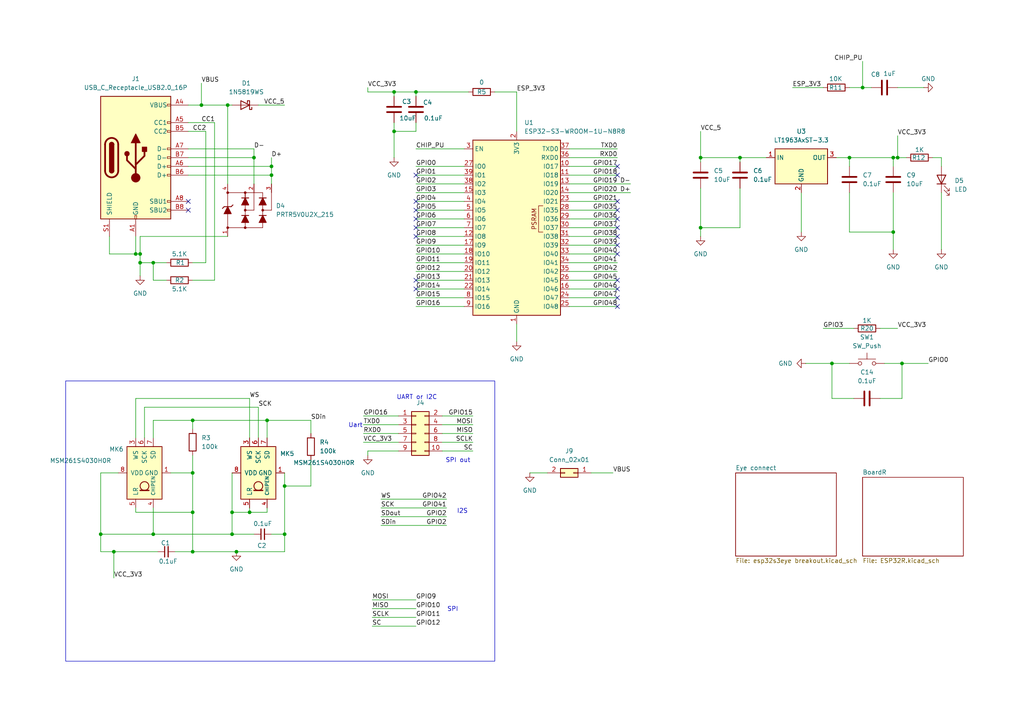
<source format=kicad_sch>
(kicad_sch (version 20231120) (generator "eeschema") (generator_version "8.0")
  (paper "A4")
  (lib_symbols
    (symbol "CMM-4030D-261-I2S-TR:CMM-4030D-261-I2S-TR" (pin_names (offset 1.016))
      (property "Reference" "MK" (at -6.35 4.826 0))
      (property "Value" "CMM-4030D-261-I2S-TR" (at 2.794 -9.144 0))
      (symbol "CMM-4030D-261-I2S-TR_1_0"
        (pin input line (at -8.89 -3.81 0) (length 2.54) (name "CHIPEN") (number "4"))
      )
      (symbol "CMM-4030D-261-I2S-TR_1_1"
        (rectangle (start -6.35 3.81) (end 8.89 -6.35) (stroke (width 0.254)) (fill (type background)))
        (circle (center -2.54 -1.27) (radius 1.27) (stroke (width 0.254)))
        (polyline (pts (xy -3.81 0) (xy -3.81 -2.54)) (stroke (width 0.381)))
        (pin power_in line (at 1.27 -8.89 90) (length 2.54) (name "GND") (number "1"))
        (pin input line (at 11.43 1.27 180) (length 2.54) (name "WS") (number "3"))
        (pin input line (at -8.89 1.27 0) (length 2.54) (name "LR") (number "5"))
        (pin input line (at 11.43 -1.27 180) (length 2.54) (name "SCK") (number "6"))
        (pin output line (at 11.43 -3.81 180) (length 2.54) (name "SD") (number "7"))
        (pin power_in line (at 1.27 6.35 270) (length 2.54) (name "VDD") (number "8"))
      )
    )
    (symbol "CMM-4030D-261-I2S-TR_1" (pin_names (offset 1.016))
      (property "Reference" "MK" (at -6.35 4.826 0))
      (property "Value" "CMM-4030D-261-I2S-TR" (at 2.794 -9.144 0))
      (symbol "CMM-4030D-261-I2S-TR_1_1_0"
        (pin input line (at -8.89 -3.81 0) (length 2.54) (name "CHIPEN") (number "4"))
      )
      (symbol "CMM-4030D-261-I2S-TR_1_1_1"
        (rectangle (start -6.35 3.81) (end 8.89 -6.35) (stroke (width 0.254)) (fill (type background)))
        (circle (center -2.54 -1.27) (radius 1.27) (stroke (width 0.254)))
        (polyline (pts (xy -3.81 0) (xy -3.81 -2.54)) (stroke (width 0.381)))
        (pin power_in line (at 1.27 -8.89 90) (length 2.54) (name "GND") (number "1"))
        (pin input line (at 11.43 1.27 180) (length 2.54) (name "WS") (number "3"))
        (pin input line (at -8.89 1.27 0) (length 2.54) (name "LR") (number "5"))
        (pin input line (at 11.43 -1.27 180) (length 2.54) (name "SCK") (number "6"))
        (pin output line (at 11.43 -3.81 180) (length 2.54) (name "SD") (number "7"))
        (pin power_in line (at 1.27 6.35 270) (length 2.54) (name "VDD") (number "8"))
      )
    )
    (symbol "Connector:USB_C_Receptacle_USB2.0_16P" (pin_names (offset 1.016))
      (property "Reference" "J" (at 0 22.225 0))
      (property "Value" "USB_C_Receptacle_USB2.0_16P" (at 0 19.685 0))
      (symbol "USB_C_Receptacle_USB2.0_16P_0_0"
        (rectangle (start -0.254 -17.78) (end 0.254 -16.764))
        (rectangle (start 10.16 -14.986) (end 9.144 -15.494))
        (rectangle (start 10.16 -12.446) (end 9.144 -12.954))
        (rectangle (start 10.16 -4.826) (end 9.144 -5.334))
        (rectangle (start 10.16 -2.286) (end 9.144 -2.794))
        (rectangle (start 10.16 0.254) (end 9.144 -0.254))
        (rectangle (start 10.16 2.794) (end 9.144 2.286))
        (rectangle (start 10.16 7.874) (end 9.144 7.366))
        (rectangle (start 10.16 10.414) (end 9.144 9.906))
        (rectangle (start 10.16 15.494) (end 9.144 14.986))
      )
      (symbol "USB_C_Receptacle_USB2.0_16P_0_1"
        (rectangle (start -10.16 17.78) (end 10.16 -17.78) (stroke (width 0.254)) (fill (type background)))
        (arc (start -8.89 -3.81) (mid -6.985 -5.7067) (end -5.08 -3.81) (stroke (width 0.508)))
        (arc (start -7.62 -3.81) (mid -6.985 -4.4423) (end -6.35 -3.81) (stroke (width 0.254)))
        (arc (start -7.62 -3.81) (mid -6.985 -4.4423) (end -6.35 -3.81) (stroke (width 0.254)) (fill (type outline)))
        (rectangle (start -7.62 -3.81) (end -6.35 3.81) (stroke (width 0.254)) (fill (type outline)))
        (arc (start -6.35 3.81) (mid -6.985 4.4423) (end -7.62 3.81) (stroke (width 0.254)))
        (arc (start -6.35 3.81) (mid -6.985 4.4423) (end -7.62 3.81) (stroke (width 0.254)) (fill (type outline)))
        (arc (start -5.08 3.81) (mid -6.985 5.7067) (end -8.89 3.81) (stroke (width 0.508)))
        (circle (center -2.54 1.143) (radius 0.635) (stroke (width 0.254)) (fill (type outline)))
        (circle (center 0 -5.842) (radius 1.27) (fill (type outline)))
        (polyline (pts (xy -8.89 -3.81) (xy -8.89 3.81)) (stroke (width 0.508)))
        (polyline (pts (xy -5.08 3.81) (xy -5.08 -3.81)) (stroke (width 0.508)))
        (polyline (pts (xy 0 -5.842) (xy 0 4.318)) (stroke (width 0.508)))
        (polyline (pts (xy 0 -3.302) (xy -2.54 -0.762) (xy -2.54 0.508)) (stroke (width 0.508)))
        (polyline (pts (xy 0 -2.032) (xy 2.54 0.508) (xy 2.54 1.778)) (stroke (width 0.508)))
        (polyline (pts (xy -1.27 4.318) (xy 0 6.858) (xy 1.27 4.318) (xy -1.27 4.318)) (stroke (width 0.254)) (fill (type outline)))
        (rectangle (start 1.905 1.778) (end 3.175 3.048) (stroke (width 0.254)) (fill (type outline)))
      )
      (symbol "USB_C_Receptacle_USB2.0_16P_1_1"
        (pin passive line (at 0 -22.86 90) (length 5.08) (name "GND") (number "A1"))
        (pin passive line (at 0 -22.86 90) (length 5.08) hide (name "GND") (number "A12"))
        (pin passive line (at 15.24 15.24 180) (length 5.08) (name "VBUS") (number "A4"))
        (pin bidirectional line (at 15.24 10.16 180) (length 5.08) (name "CC1") (number "A5"))
        (pin bidirectional line (at 15.24 -2.54 180) (length 5.08) (name "D+") (number "A6"))
        (pin bidirectional line (at 15.24 2.54 180) (length 5.08) (name "D-") (number "A7"))
        (pin bidirectional line (at 15.24 -12.7 180) (length 5.08) (name "SBU1") (number "A8"))
        (pin passive line (at 15.24 15.24 180) (length 5.08) hide (name "VBUS") (number "A9"))
        (pin passive line (at 0 -22.86 90) (length 5.08) hide (name "GND") (number "B1"))
        (pin passive line (at 0 -22.86 90) (length 5.08) hide (name "GND") (number "B12"))
        (pin passive line (at 15.24 15.24 180) (length 5.08) hide (name "VBUS") (number "B4"))
        (pin bidirectional line (at 15.24 7.62 180) (length 5.08) (name "CC2") (number "B5"))
        (pin bidirectional line (at 15.24 -5.08 180) (length 5.08) (name "D+") (number "B6"))
        (pin bidirectional line (at 15.24 0 180) (length 5.08) (name "D-") (number "B7"))
        (pin bidirectional line (at 15.24 -15.24 180) (length 5.08) (name "SBU2") (number "B8"))
        (pin passive line (at 15.24 15.24 180) (length 5.08) hide (name "VBUS") (number "B9"))
        (pin passive line (at -7.62 -22.86 90) (length 5.08) (name "SHIELD") (number "S1"))
      )
    )
    (symbol "Connector_Generic:Conn_02x01" (pin_names (offset 1.016) hide)
      (property "Reference" "J" (at 1.27 2.54 0))
      (property "Value" "Conn_02x01" (at 1.27 -2.54 0))
      (symbol "Conn_02x01_1_1"
        (rectangle (start -1.27 0.127) (end 0 -0.127) (stroke (width 0.1524)))
        (rectangle (start -1.27 1.27) (end 3.81 -1.27) (stroke (width 0.254)) (fill (type background)))
        (rectangle (start 3.81 0.127) (end 2.54 -0.127) (stroke (width 0.1524)))
        (pin passive line (at -5.08 0 0) (length 3.81) (name "Pin_1") (number "1"))
        (pin passive line (at 7.62 0 180) (length 3.81) (name "Pin_2") (number "2"))
      )
    )
    (symbol "Connector_Generic:Conn_02x05_Odd_Even" (pin_names (offset 1.016) hide)
      (property "Reference" "J" (at 1.27 7.62 0))
      (property "Value" "Conn_02x05_Odd_Even" (at 1.27 -7.62 0))
      (symbol "Conn_02x05_Odd_Even_1_1"
        (rectangle (start -1.27 -4.953) (end 0 -5.207) (stroke (width 0.1524)))
        (rectangle (start -1.27 -2.413) (end 0 -2.667) (stroke (width 0.1524)))
        (rectangle (start -1.27 0.127) (end 0 -0.127) (stroke (width 0.1524)))
        (rectangle (start -1.27 2.667) (end 0 2.413) (stroke (width 0.1524)))
        (rectangle (start -1.27 5.207) (end 0 4.953) (stroke (width 0.1524)))
        (rectangle (start -1.27 6.35) (end 3.81 -6.35) (stroke (width 0.254)) (fill (type background)))
        (rectangle (start 3.81 -4.953) (end 2.54 -5.207) (stroke (width 0.1524)))
        (rectangle (start 3.81 -2.413) (end 2.54 -2.667) (stroke (width 0.1524)))
        (rectangle (start 3.81 0.127) (end 2.54 -0.127) (stroke (width 0.1524)))
        (rectangle (start 3.81 2.667) (end 2.54 2.413) (stroke (width 0.1524)))
        (rectangle (start 3.81 5.207) (end 2.54 4.953) (stroke (width 0.1524)))
        (pin passive line (at -5.08 5.08 0) (length 3.81) (name "Pin_1") (number "1"))
        (pin passive line (at 7.62 -5.08 180) (length 3.81) (name "Pin_10") (number "10"))
        (pin passive line (at 7.62 5.08 180) (length 3.81) (name "Pin_2") (number "2"))
        (pin passive line (at -5.08 2.54 0) (length 3.81) (name "Pin_3") (number "3"))
        (pin passive line (at 7.62 2.54 180) (length 3.81) (name "Pin_4") (number "4"))
        (pin passive line (at -5.08 0 0) (length 3.81) (name "Pin_5") (number "5"))
        (pin passive line (at 7.62 0 180) (length 3.81) (name "Pin_6") (number "6"))
        (pin passive line (at -5.08 -2.54 0) (length 3.81) (name "Pin_7") (number "7"))
        (pin passive line (at 7.62 -2.54 180) (length 3.81) (name "Pin_8") (number "8"))
        (pin passive line (at -5.08 -5.08 0) (length 3.81) (name "Pin_9") (number "9"))
      )
    )
    (symbol "Device:C" (pin_numbers hide) (pin_names (offset 0.254))
      (property "Reference" "C" (at 0.635 2.54 0))
      (property "Value" "C" (at 0.635 -2.54 0))
      (symbol "C_0_1"
        (polyline (pts (xy -2.032 -0.762) (xy 2.032 -0.762)) (stroke (width 0.508)))
        (polyline (pts (xy -2.032 0.762) (xy 2.032 0.762)) (stroke (width 0.508)))
      )
      (symbol "C_1_1"
        (pin passive line (at 0 3.81 270) (length 2.794) (name "~") (number "1"))
        (pin passive line (at 0 -3.81 90) (length 2.794) (name "~") (number "2"))
      )
    )
    (symbol "Device:C_Small" (pin_numbers hide) (pin_names (offset 0.254) hide)
      (property "Reference" "C" (at 0.254 1.778 0))
      (property "Value" "C_Small" (at 0.254 -2.032 0))
      (symbol "C_Small_0_1"
        (polyline (pts (xy -1.524 -0.508) (xy 1.524 -0.508)) (stroke (width 0.3302)))
        (polyline (pts (xy -1.524 0.508) (xy 1.524 0.508)) (stroke (width 0.3048)))
      )
      (symbol "C_Small_1_1"
        (pin passive line (at 0 2.54 270) (length 2.032) (name "~") (number "1"))
        (pin passive line (at 0 -2.54 90) (length 2.032) (name "~") (number "2"))
      )
    )
    (symbol "Device:LED" (pin_numbers hide) (pin_names (offset 1.016) hide)
      (property "Reference" "D" (at 0 2.54 0))
      (property "Value" "LED" (at 0 -2.54 0))
      (symbol "LED_0_1"
        (polyline (pts (xy -1.27 -1.27) (xy -1.27 1.27)) (stroke (width 0.254)))
        (polyline (pts (xy -1.27 0) (xy 1.27 0)))
        (polyline (pts (xy 1.27 -1.27) (xy 1.27 1.27) (xy -1.27 0) (xy 1.27 -1.27)) (stroke (width 0.254)))
        (polyline (pts (xy -3.048 -0.762) (xy -4.572 -2.286) (xy -3.81 -2.286) (xy -4.572 -2.286) (xy -4.572 -1.524)))
        (polyline (pts (xy -1.778 -0.762) (xy -3.302 -2.286) (xy -2.54 -2.286) (xy -3.302 -2.286) (xy -3.302 -1.524)))
      )
      (symbol "LED_1_1"
        (pin passive line (at -3.81 0 0) (length 2.54) (name "K") (number "1"))
        (pin passive line (at 3.81 0 180) (length 2.54) (name "A") (number "2"))
      )
    )
    (symbol "Device:R" (pin_numbers hide) (pin_names (offset 0))
      (property "Reference" "R" (at 2.032 0 90))
      (property "Value" "R" (at 0 0 90))
      (symbol "R_0_1"
        (rectangle (start -1.016 -2.54) (end 1.016 2.54) (stroke (width 0.254)))
      )
      (symbol "R_1_1"
        (pin passive line (at 0 3.81 270) (length 1.27) (name "~") (number "1"))
        (pin passive line (at 0 -3.81 90) (length 1.27) (name "~") (number "2"))
      )
    )
    (symbol "Diode:1N5819WS" (pin_numbers hide) (pin_names (offset 1.016) hide)
      (property "Reference" "D" (at 0 2.54 0))
      (property "Value" "1N5819WS" (at 0 -2.54 0))
      (symbol "1N5819WS_0_1"
        (polyline (pts (xy 1.27 0) (xy -1.27 0)))
        (polyline (pts (xy 1.27 1.27) (xy 1.27 -1.27) (xy -1.27 0) (xy 1.27 1.27)) (stroke (width 0.254)))
        (polyline (pts (xy -1.905 0.635) (xy -1.905 1.27) (xy -1.27 1.27) (xy -1.27 -1.27) (xy -0.635 -1.27) (xy -0.635 -0.635)) (stroke (width 0.254)))
      )
      (symbol "1N5819WS_1_1"
        (pin passive line (at -3.81 0 0) (length 2.54) (name "K") (number "1"))
        (pin passive line (at 3.81 0 180) (length 2.54) (name "A") (number "2"))
      )
    )
    (symbol "PRTR5V0U2X_215:PRTR5V0U2X_215" (pin_names (offset 1.016))
      (property "Reference" "D" (at -2.5474 -7.5404 0))
      (property "Value" "PRTR5V0U2X_215" (at -2.543 -10.3245 0))
      (symbol "PRTR5V0U2X_215_0_0"
        (circle (center -5.08 -5.08) (radius 0.254) (stroke (width 0.254)))
        (circle (center -5.08 5.08) (radius 0.254) (stroke (width 0.254)))
        (circle (center 0 -5.08) (radius 0.254) (stroke (width 0.254)))
        (polyline (pts (xy -6.096 1.016) (xy -6.604 0.508)) (stroke (width 0.254)))
        (polyline (pts (xy -6.096 1.016) (xy -5.08 1.016)) (stroke (width 0.254)))
        (polyline (pts (xy -5.08 -1.016) (xy -5.08 -7.62)) (stroke (width 0.1524)))
        (polyline (pts (xy -5.08 1.016) (xy -5.08 7.62)) (stroke (width 0.1524)))
        (polyline (pts (xy -5.08 1.016) (xy -4.064 1.016)) (stroke (width 0.254)))
        (polyline (pts (xy -4.064 1.016) (xy -3.556 1.524)) (stroke (width 0.254)))
        (polyline (pts (xy -1.016 -1.524) (xy 0 -1.524)) (stroke (width 0.254)))
        (polyline (pts (xy -1.016 3.556) (xy 0 3.556)) (stroke (width 0.254)))
        (polyline (pts (xy 0 -5.08) (xy -5.08 -5.08)) (stroke (width 0.1524)))
        (polyline (pts (xy 0 -3.556) (xy 0 -5.08)) (stroke (width 0.1524)))
        (polyline (pts (xy 0 -1.524) (xy 0 0)) (stroke (width 0.1524)))
        (polyline (pts (xy 0 -1.524) (xy 1.016 -1.524)) (stroke (width 0.254)))
        (polyline (pts (xy 0 0) (xy 0 1.524)) (stroke (width 0.1524)))
        (polyline (pts (xy 0 0) (xy 2.54 0)) (stroke (width 0.1524)))
        (polyline (pts (xy 0 3.556) (xy 0 5.08)) (stroke (width 0.254)))
        (polyline (pts (xy 0 3.556) (xy 1.016 3.556)) (stroke (width 0.254)))
        (polyline (pts (xy 0 5.08) (xy -5.08 5.08)) (stroke (width 0.1524)))
        (polyline (pts (xy 2.54 0) (xy 2.54 7.62)) (stroke (width 0.1524)))
        (polyline (pts (xy 4.064 -1.524) (xy 5.08 -1.524)) (stroke (width 0.254)))
        (polyline (pts (xy 4.064 3.556) (xy 5.08 3.556)) (stroke (width 0.254)))
        (polyline (pts (xy 5.08 -5.08) (xy 0 -5.08)) (stroke (width 0.1524)))
        (polyline (pts (xy 5.08 -3.556) (xy 5.08 -5.08)) (stroke (width 0.1524)))
        (polyline (pts (xy 5.08 -1.524) (xy 5.08 0)) (stroke (width 0.1524)))
        (polyline (pts (xy 5.08 -1.524) (xy 6.096 -1.524)) (stroke (width 0.254)))
        (polyline (pts (xy 5.08 0) (xy 5.08 1.524)) (stroke (width 0.1524)))
        (polyline (pts (xy 5.08 0) (xy 7.62 0)) (stroke (width 0.1524)))
        (polyline (pts (xy 5.08 3.556) (xy 5.08 5.08)) (stroke (width 0.1524)))
        (polyline (pts (xy 5.08 3.556) (xy 6.096 3.556)) (stroke (width 0.254)))
        (polyline (pts (xy 5.08 5.08) (xy 0 5.08)) (stroke (width 0.1524)))
        (polyline (pts (xy 7.62 0) (xy 7.62 7.62)) (stroke (width 0.1524)))
        (polyline (pts (xy -6.096 -1.016) (xy -5.08 1.016) (xy -4.064 -1.016) (xy -6.096 -1.016)) (stroke (width 0.254)) (fill (type outline)))
        (polyline (pts (xy -1.016 -3.556) (xy 0 -1.524) (xy 1.016 -3.556) (xy -1.016 -3.556)) (stroke (width 0.254)) (fill (type outline)))
        (polyline (pts (xy -1.016 1.524) (xy 0 3.556) (xy 1.016 1.524) (xy -1.016 1.524)) (stroke (width 0.254)) (fill (type outline)))
        (polyline (pts (xy 4.064 -3.556) (xy 5.08 -1.524) (xy 6.096 -3.556) (xy 4.064 -3.556)) (stroke (width 0.254)) (fill (type outline)))
        (polyline (pts (xy 4.064 1.524) (xy 5.08 3.556) (xy 6.096 1.524) (xy 4.064 1.524)) (stroke (width 0.254)) (fill (type outline)))
        (circle (center 0 0) (radius 0.254) (stroke (width 0.254)))
        (circle (center 0 5.08) (radius 0.254) (stroke (width 0.254)))
        (circle (center 5.08 0) (radius 0.254) (stroke (width 0.254)))
        (pin passive line (at -5.08 -7.62 90) (length 2.54) (name "~") (number "1"))
        (pin passive line (at 2.54 7.62 270) (length 2.54) (name "~") (number "2"))
        (pin passive line (at 7.62 7.62 270) (length 2.54) (name "~") (number "3"))
        (pin passive line (at -5.08 7.62 270) (length 2.54) (name "~") (number "4"))
      )
    )
    (symbol "RF_Module:ESP32-S3-WROOM-1"
      (property "Reference" "U" (at -12.7 26.67 0))
      (property "Value" "ESP32-S3-WROOM-1" (at 12.7 26.67 0))
      (symbol "ESP32-S3-WROOM-1_0_0"
        (rectangle (start -12.7 25.4) (end 12.7 -25.4) (stroke (width 0.254)) (fill (type background)))
        (text "PSRAM" (at 5.08 2.54 900) (effects (font (size 1.27 1.27))))
      )
      (symbol "ESP32-S3-WROOM-1_0_1"
        (polyline (pts (xy 7.62 -1.27) (xy 6.35 -1.27) (xy 6.35 6.35) (xy 7.62 6.35)))
      )
      (symbol "ESP32-S3-WROOM-1_1_1"
        (pin power_in line (at 0 -27.94 90) (length 2.54) (name "GND") (number "1"))
        (pin bidirectional line (at 15.24 17.78 180) (length 2.54) (name "IO17") (number "10"))
        (pin bidirectional line (at 15.24 15.24 180) (length 2.54) (name "IO18") (number "11"))
        (pin bidirectional line (at -15.24 -2.54 0) (length 2.54) (name "IO8") (number "12"))
        (pin bidirectional line (at 15.24 12.7 180) (length 2.54) (name "IO19") (number "13"))
        (pin bidirectional line (at 15.24 10.16 180) (length 2.54) (name "IO20") (number "14"))
        (pin bidirectional line (at -15.24 10.16 0) (length 2.54) (name "IO3") (number "15"))
        (pin bidirectional line (at 15.24 -17.78 180) (length 2.54) (name "IO46") (number "16"))
        (pin bidirectional line (at -15.24 -5.08 0) (length 2.54) (name "IO9") (number "17"))
        (pin bidirectional line (at -15.24 -7.62 0) (length 2.54) (name "IO10") (number "18"))
        (pin bidirectional line (at -15.24 -10.16 0) (length 2.54) (name "IO11") (number "19"))
        (pin power_in line (at 0 27.94 270) (length 2.54) (name "3V3") (number "2"))
        (pin bidirectional line (at -15.24 -12.7 0) (length 2.54) (name "IO12") (number "20"))
        (pin bidirectional line (at -15.24 -15.24 0) (length 2.54) (name "IO13") (number "21"))
        (pin bidirectional line (at -15.24 -17.78 0) (length 2.54) (name "IO14") (number "22"))
        (pin bidirectional line (at 15.24 7.62 180) (length 2.54) (name "IO21") (number "23"))
        (pin bidirectional line (at 15.24 -20.32 180) (length 2.54) (name "IO47") (number "24"))
        (pin bidirectional line (at 15.24 -22.86 180) (length 2.54) (name "IO48") (number "25"))
        (pin bidirectional line (at 15.24 -15.24 180) (length 2.54) (name "IO45") (number "26"))
        (pin bidirectional line (at -15.24 17.78 0) (length 2.54) (name "IO0") (number "27"))
        (pin bidirectional line (at 15.24 5.08 180) (length 2.54) (name "IO35") (number "28"))
        (pin bidirectional line (at 15.24 2.54 180) (length 2.54) (name "IO36") (number "29"))
        (pin input line (at -15.24 22.86 0) (length 2.54) (name "EN") (number "3"))
        (pin bidirectional line (at 15.24 0 180) (length 2.54) (name "IO37") (number "30"))
        (pin bidirectional line (at 15.24 -2.54 180) (length 2.54) (name "IO38") (number "31"))
        (pin bidirectional line (at 15.24 -5.08 180) (length 2.54) (name "IO39") (number "32"))
        (pin bidirectional line (at 15.24 -7.62 180) (length 2.54) (name "IO40") (number "33"))
        (pin bidirectional line (at 15.24 -10.16 180) (length 2.54) (name "IO41") (number "34"))
        (pin bidirectional line (at 15.24 -12.7 180) (length 2.54) (name "IO42") (number "35"))
        (pin bidirectional line (at 15.24 20.32 180) (length 2.54) (name "RXD0") (number "36"))
        (pin bidirectional line (at 15.24 22.86 180) (length 2.54) (name "TXD0") (number "37"))
        (pin bidirectional line (at -15.24 12.7 0) (length 2.54) (name "IO2") (number "38"))
        (pin bidirectional line (at -15.24 15.24 0) (length 2.54) (name "IO1") (number "39"))
        (pin bidirectional line (at -15.24 7.62 0) (length 2.54) (name "IO4") (number "4"))
        (pin passive line (at 0 -27.94 90) (length 2.54) hide (name "GND") (number "40"))
        (pin passive line (at 0 -27.94 90) (length 2.54) hide (name "GND") (number "41"))
        (pin bidirectional line (at -15.24 5.08 0) (length 2.54) (name "IO5") (number "5"))
        (pin bidirectional line (at -15.24 2.54 0) (length 2.54) (name "IO6") (number "6"))
        (pin bidirectional line (at -15.24 0 0) (length 2.54) (name "IO7") (number "7"))
        (pin bidirectional line (at -15.24 -20.32 0) (length 2.54) (name "IO15") (number "8"))
        (pin bidirectional line (at -15.24 -22.86 0) (length 2.54) (name "IO16") (number "9"))
      )
    )
    (symbol "Regulator_Linear:LT1963AxST-3.3"
      (property "Reference" "U2" (at 0 10.16 0))
      (property "Value" "LT1963AxST-3.3" (at 0 7.62 0))
      (symbol "LT1963AxST-3.3_0_1"
        (rectangle (start -7.62 5.08) (end 7.62 -5.08) (stroke (width 0.254)) (fill (type background)))
      )
      (symbol "LT1963AxST-3.3_1_1"
        (pin power_in line (at -10.16 2.54 0) (length 2.54) (name "IN") (number "1"))
        (pin power_in line (at 0 -7.62 90) (length 2.54) (name "GND") (number "2"))
        (pin power_out line (at 10.16 2.54 180) (length 2.54) (name "OUT") (number "3"))
        (pin power_in line (at 0 -7.62 90) (length 2.54) hide (name "GND") (number "4"))
      )
    )
    (symbol "Switch:SW_Push" (pin_numbers hide) (pin_names (offset 1.016) hide)
      (property "Reference" "SW" (at 1.27 2.54 0))
      (property "Value" "SW_Push" (at 0 -1.524 0))
      (symbol "SW_Push_0_1"
        (circle (center -2.032 0) (radius 0.508))
        (polyline (pts (xy 0 1.27) (xy 0 3.048)))
        (polyline (pts (xy 2.54 1.27) (xy -2.54 1.27)))
        (circle (center 2.032 0) (radius 0.508))
        (pin passive line (at -5.08 0 0) (length 2.54) (name "1") (number "1"))
        (pin passive line (at 5.08 0 180) (length 2.54) (name "2") (number "2"))
      )
    )
    (symbol "power:GND" (power) (pin_numbers hide) (pin_names (offset 0) hide)
      (property "Value" "GND" (at 0 -3.81 0))
      (symbol "GND_0_1"
        (polyline (pts (xy 0 0) (xy 0 -1.27) (xy 1.27 -1.27) (xy 0 -2.54) (xy -1.27 -1.27) (xy 0 -1.27)))
      )
      (symbol "GND_1_1"
        (pin power_in line (at 0 0 270) (length 0) (name "~") (number "1"))
      )
    )
  )
  (junction (at 33.02 160.02))
  (junction (at 260.35 45.72))
  (junction (at 120.65 26.67))
  (junction (at 55.88 121.92))
  (junction (at 72.39 148.59))
  (junction (at 261.62 105.41))
  (junction (at 68.58 160.02))
  (junction (at 78.74 50.8))
  (junction (at 82.55 140.97))
  (junction (at 82.55 154.94))
  (junction (at 55.88 160.02))
  (junction (at 250.19 25.4))
  (junction (at 67.31 154.94))
  (junction (at 40.64 73.66))
  (junction (at 44.45 154.94))
  (junction (at 29.21 154.94))
  (junction (at 259.08 67.31))
  (junction (at 39.37 73.66))
  (junction (at 73.66 45.72))
  (junction (at 55.88 148.59))
  (junction (at 58.42 30.48))
  (junction (at 44.45 76.2))
  (junction (at 67.31 148.59))
  (junction (at 203.2 45.72))
  (junction (at 114.3 26.67))
  (junction (at 40.64 76.2))
  (junction (at 246.38 45.72))
  (junction (at 77.47 121.92))
  (junction (at 114.3 38.1))
  (junction (at 66.04 30.48))
  (junction (at 214.63 45.72))
  (junction (at 259.08 45.72))
  (junction (at 78.74 48.26))
  (junction (at 241.3 105.41))
  (junction (at 203.2 66.04))
  (junction (at 55.88 137.16))
  (no_connect (at 179.07 88.9))
  (no_connect (at 120.65 50.8))
  (no_connect (at 120.65 83.82))
  (no_connect (at 179.07 81.28))
  (no_connect (at 179.07 66.04))
  (no_connect (at 179.07 58.42))
  (no_connect (at 120.65 60.96))
  (no_connect (at 179.07 68.58))
  (no_connect (at 179.07 60.96))
  (no_connect (at 179.07 50.8))
  (no_connect (at 179.07 71.12))
  (no_connect (at 120.65 81.28))
  (no_connect (at 54.61 60.96))
  (no_connect (at 179.07 73.66))
  (no_connect (at 120.65 58.42))
  (no_connect (at 179.07 83.82))
  (no_connect (at 179.07 86.36))
  (no_connect (at 120.65 68.58))
  (no_connect (at 179.07 48.26))
  (no_connect (at 120.65 63.5))
  (no_connect (at 120.65 66.04))
  (no_connect (at 179.07 63.5))
  (no_connect (at 54.61 58.42))
  (wire (pts (xy 55.88 121.92) (xy 77.47 121.92)))
  (wire (pts (xy 260.35 39.37) (xy 260.35 45.72)))
  (wire (pts (xy 120.65 63.5) (xy 134.62 63.5)))
  (wire (pts (xy 54.61 45.72) (xy 73.66 45.72)))
  (wire (pts (xy 55.88 132.08) (xy 55.88 137.16)))
  (wire (pts (xy 77.47 121.92) (xy 77.47 127)))
  (wire (pts (xy 120.65 83.82) (xy 134.62 83.82)))
  (wire (pts (xy 40.64 76.2) (xy 40.64 73.66)))
  (wire (pts (xy 120.65 68.58) (xy 134.62 68.58)))
  (wire (pts (xy 110.49 147.32) (xy 129.54 147.32)))
  (wire (pts (xy 143.51 26.67) (xy 149.86 26.67)))
  (wire (pts (xy 259.08 67.31) (xy 259.08 72.39)))
  (wire (pts (xy 120.65 26.67) (xy 135.89 26.67)))
  (wire (pts (xy 54.61 38.1) (xy 59.69 38.1)))
  (wire (pts (xy 120.65 88.9) (xy 134.62 88.9)))
  (wire (pts (xy 115.57 120.65) (xy 105.41 120.65)))
  (wire (pts (xy 165.1 53.34) (xy 182.88 53.34)))
  (wire (pts (xy 246.38 45.72) (xy 246.38 48.26)))
  (wire (pts (xy 55.88 137.16) (xy 55.88 148.59)))
  (wire (pts (xy 62.23 35.56) (xy 62.23 81.28)))
  (wire (pts (xy 40.64 76.2) (xy 44.45 76.2)))
  (wire (pts (xy 246.38 55.88) (xy 246.38 67.31)))
  (wire (pts (xy 247.65 115.57) (xy 241.3 115.57)))
  (wire (pts (xy 259.08 55.88) (xy 259.08 67.31)))
  (wire (pts (xy 41.91 118.11) (xy 74.93 118.11)))
  (wire (pts (xy 66.04 30.48) (xy 67.31 30.48)))
  (wire (pts (xy 203.2 46.99) (xy 203.2 45.72)))
  (wire (pts (xy 137.16 128.27) (xy 128.27 128.27)))
  (wire (pts (xy 165.1 81.28) (xy 179.07 81.28)))
  (wire (pts (xy 273.05 55.88) (xy 273.05 72.39)))
  (wire (pts (xy 39.37 148.59) (xy 55.88 148.59)))
  (wire (pts (xy 39.37 73.66) (xy 40.64 73.66)))
  (wire (pts (xy 39.37 68.58) (xy 39.37 73.66)))
  (wire (pts (xy 72.39 127) (xy 72.39 115.57)))
  (wire (pts (xy 120.65 35.56) (xy 120.65 38.1)))
  (wire (pts (xy 120.65 26.67) (xy 120.65 27.94)))
  (wire (pts (xy 107.95 173.99) (xy 120.65 173.99)))
  (wire (pts (xy 66.04 30.48) (xy 66.04 53.34)))
  (wire (pts (xy 241.3 105.41) (xy 246.38 105.41)))
  (wire (pts (xy 128.27 123.19) (xy 137.16 123.19)))
  (wire (pts (xy 62.23 81.28) (xy 55.88 81.28)))
  (wire (pts (xy 165.1 71.12) (xy 179.07 71.12)))
  (wire (pts (xy 44.45 121.92) (xy 55.88 121.92)))
  (wire (pts (xy 67.31 148.59) (xy 67.31 154.94)))
  (wire (pts (xy 214.63 66.04) (xy 203.2 66.04)))
  (wire (pts (xy 73.66 45.72) (xy 73.66 53.34)))
  (wire (pts (xy 229.87 25.4) (xy 238.76 25.4)))
  (wire (pts (xy 114.3 26.67) (xy 120.65 26.67)))
  (wire (pts (xy 171.45 137.16) (xy 177.8 137.16)))
  (wire (pts (xy 120.65 81.28) (xy 134.62 81.28)))
  (wire (pts (xy 203.2 54.61) (xy 203.2 66.04)))
  (wire (pts (xy 105.41 128.27) (xy 115.57 128.27)))
  (wire (pts (xy 77.47 147.32) (xy 77.47 148.59)))
  (wire (pts (xy 54.61 35.56) (xy 62.23 35.56)))
  (wire (pts (xy 54.61 50.8) (xy 78.74 50.8)))
  (wire (pts (xy 106.68 25.4) (xy 106.68 26.67)))
  (wire (pts (xy 67.31 148.59) (xy 72.39 148.59)))
  (wire (pts (xy 72.39 147.32) (xy 72.39 148.59)))
  (wire (pts (xy 82.55 140.97) (xy 90.17 140.97)))
  (wire (pts (xy 67.31 148.59) (xy 67.31 137.16)))
  (wire (pts (xy 114.3 38.1) (xy 114.3 45.72)))
  (wire (pts (xy 241.3 105.41) (xy 241.3 115.57)))
  (wire (pts (xy 54.61 48.26) (xy 78.74 48.26)))
  (wire (pts (xy 106.68 26.67) (xy 114.3 26.67)))
  (wire (pts (xy 232.41 55.88) (xy 232.41 67.31)))
  (wire (pts (xy 165.1 76.2) (xy 179.07 76.2)))
  (wire (pts (xy 259.08 45.72) (xy 260.35 45.72)))
  (wire (pts (xy 242.57 45.72) (xy 246.38 45.72)))
  (wire (pts (xy 55.88 148.59) (xy 55.88 160.02)))
  (wire (pts (xy 120.65 38.1) (xy 114.3 38.1)))
  (wire (pts (xy 68.58 160.02) (xy 82.55 160.02)))
  (wire (pts (xy 110.49 144.78) (xy 129.54 144.78)))
  (wire (pts (xy 120.65 58.42) (xy 134.62 58.42)))
  (wire (pts (xy 260.35 25.4) (xy 267.97 25.4)))
  (wire (pts (xy 59.69 76.2) (xy 55.88 76.2)))
  (wire (pts (xy 179.07 50.8) (xy 165.1 50.8)))
  (wire (pts (xy 260.35 45.72) (xy 262.89 45.72)))
  (wire (pts (xy 165.1 86.36) (xy 179.07 86.36)))
  (wire (pts (xy 48.26 81.28) (xy 44.45 81.28)))
  (wire (pts (xy 149.86 93.98) (xy 149.86 99.06)))
  (wire (pts (xy 153.67 137.16) (xy 158.75 137.16)))
  (wire (pts (xy 29.21 160.02) (xy 29.21 154.94)))
  (wire (pts (xy 120.65 78.74) (xy 134.62 78.74)))
  (wire (pts (xy 44.45 76.2) (xy 48.26 76.2)))
  (wire (pts (xy 77.47 121.92) (xy 90.17 121.92)))
  (wire (pts (xy 106.68 130.81) (xy 106.68 132.08)))
  (wire (pts (xy 58.42 30.48) (xy 66.04 30.48)))
  (wire (pts (xy 107.95 179.07) (xy 120.65 179.07)))
  (wire (pts (xy 120.65 66.04) (xy 134.62 66.04)))
  (wire (pts (xy 40.64 80.01) (xy 40.64 76.2)))
  (wire (pts (xy 114.3 35.56) (xy 114.3 38.1)))
  (wire (pts (xy 78.74 45.72) (xy 78.74 48.26)))
  (wire (pts (xy 74.93 30.48) (xy 82.55 30.48)))
  (wire (pts (xy 165.1 60.96) (xy 179.07 60.96)))
  (wire (pts (xy 246.38 25.4) (xy 250.19 25.4)))
  (wire (pts (xy 114.3 26.67) (xy 114.3 27.94)))
  (wire (pts (xy 165.1 45.72) (xy 179.07 45.72)))
  (wire (pts (xy 44.45 154.94) (xy 67.31 154.94)))
  (wire (pts (xy 82.55 154.94) (xy 82.55 140.97)))
  (wire (pts (xy 33.02 167.64) (xy 33.02 160.02)))
  (wire (pts (xy 120.65 55.88) (xy 134.62 55.88)))
  (wire (pts (xy 261.62 115.57) (xy 261.62 105.41)))
  (wire (pts (xy 165.1 78.74) (xy 179.07 78.74)))
  (wire (pts (xy 214.63 54.61) (xy 214.63 66.04)))
  (wire (pts (xy 273.05 45.72) (xy 273.05 48.26)))
  (wire (pts (xy 255.27 115.57) (xy 261.62 115.57)))
  (wire (pts (xy 59.69 38.1) (xy 59.69 76.2)))
  (wire (pts (xy 179.07 48.26) (xy 165.1 48.26)))
  (wire (pts (xy 105.41 125.73) (xy 115.57 125.73)))
  (wire (pts (xy 261.62 105.41) (xy 256.54 105.41)))
  (wire (pts (xy 29.21 137.16) (xy 29.21 154.94)))
  (wire (pts (xy 31.75 73.66) (xy 39.37 73.66)))
  (wire (pts (xy 120.65 53.34) (xy 134.62 53.34)))
  (wire (pts (xy 137.16 125.73) (xy 128.27 125.73)))
  (wire (pts (xy 250.19 25.4) (xy 252.73 25.4)))
  (wire (pts (xy 214.63 45.72) (xy 222.25 45.72)))
  (wire (pts (xy 233.68 105.41) (xy 241.3 105.41)))
  (wire (pts (xy 39.37 148.59) (xy 39.37 147.32)))
  (wire (pts (xy 44.45 127) (xy 44.45 121.92)))
  (wire (pts (xy 120.65 48.26) (xy 134.62 48.26)))
  (wire (pts (xy 44.45 81.28) (xy 44.45 76.2)))
  (wire (pts (xy 90.17 121.92) (xy 90.17 125.73)))
  (wire (pts (xy 120.65 60.96) (xy 134.62 60.96)))
  (wire (pts (xy 107.95 181.61) (xy 120.65 181.61)))
  (wire (pts (xy 203.2 45.72) (xy 214.63 45.72)))
  (wire (pts (xy 120.65 43.18) (xy 134.62 43.18)))
  (wire (pts (xy 128.27 120.65) (xy 137.16 120.65)))
  (wire (pts (xy 115.57 130.81) (xy 106.68 130.81)))
  (wire (pts (xy 110.49 152.4) (xy 129.54 152.4)))
  (wire (pts (xy 165.1 43.18) (xy 179.07 43.18)))
  (wire (pts (xy 33.02 160.02) (xy 29.21 160.02)))
  (wire (pts (xy 54.61 30.48) (xy 58.42 30.48)))
  (wire (pts (xy 165.1 58.42) (xy 179.07 58.42)))
  (wire (pts (xy 165.1 55.88) (xy 182.88 55.88)))
  (wire (pts (xy 137.16 130.81) (xy 128.27 130.81)))
  (wire (pts (xy 58.42 24.13) (xy 58.42 30.48)))
  (wire (pts (xy 72.39 115.57) (xy 39.37 115.57)))
  (wire (pts (xy 214.63 46.99) (xy 214.63 45.72)))
  (wire (pts (xy 105.41 123.19) (xy 115.57 123.19)))
  (wire (pts (xy 110.49 149.86) (xy 129.54 149.86)))
  (wire (pts (xy 120.65 86.36) (xy 134.62 86.36)))
  (wire (pts (xy 49.53 137.16) (xy 55.88 137.16)))
  (wire (pts (xy 120.65 76.2) (xy 134.62 76.2)))
  (wire (pts (xy 39.37 115.57) (xy 39.37 127)))
  (wire (pts (xy 203.2 66.04) (xy 203.2 68.58)))
  (wire (pts (xy 45.72 160.02) (xy 33.02 160.02)))
  (wire (pts (xy 77.47 148.59) (xy 72.39 148.59)))
  (wire (pts (xy 246.38 67.31) (xy 259.08 67.31)))
  (wire (pts (xy 50.8 160.02) (xy 55.88 160.02)))
  (wire (pts (xy 44.45 147.32) (xy 44.45 154.94)))
  (wire (pts (xy 250.19 25.4) (xy 250.19 17.78)))
  (wire (pts (xy 82.55 160.02) (xy 82.55 154.94)))
  (wire (pts (xy 34.29 137.16) (xy 29.21 137.16)))
  (wire (pts (xy 78.74 50.8) (xy 78.74 53.34)))
  (wire (pts (xy 54.61 43.18) (xy 73.66 43.18)))
  (wire (pts (xy 107.95 176.53) (xy 120.65 176.53)))
  (wire (pts (xy 203.2 38.1) (xy 203.2 45.72)))
  (wire (pts (xy 165.1 83.82) (xy 179.07 83.82)))
  (wire (pts (xy 55.88 160.02) (xy 68.58 160.02)))
  (wire (pts (xy 40.64 68.58) (xy 66.04 68.58)))
  (wire (pts (xy 74.93 118.11) (xy 74.93 127)))
  (wire (pts (xy 55.88 121.92) (xy 55.88 124.46)))
  (wire (pts (xy 165.1 73.66) (xy 179.07 73.66)))
  (wire (pts (xy 90.17 133.35) (xy 90.17 140.97)))
  (wire (pts (xy 269.24 105.41) (xy 261.62 105.41)))
  (wire (pts (xy 78.74 48.26) (xy 78.74 50.8)))
  (wire (pts (xy 259.08 45.72) (xy 259.08 48.26)))
  (wire (pts (xy 165.1 66.04) (xy 179.07 66.04)))
  (wire (pts (xy 29.21 154.94) (xy 44.45 154.94)))
  (wire (pts (xy 165.1 88.9) (xy 179.07 88.9)))
  (wire (pts (xy 246.38 45.72) (xy 259.08 45.72)))
  (wire (pts (xy 120.65 73.66) (xy 134.62 73.66)))
  (wire (pts (xy 67.31 154.94) (xy 73.66 154.94)))
  (wire (pts (xy 82.55 140.97) (xy 82.55 137.16)))
  (wire (pts (xy 41.91 118.11) (xy 41.91 127)))
  (wire (pts (xy 120.65 50.8) (xy 134.62 50.8)))
  (wire (pts (xy 270.51 45.72) (xy 273.05 45.72)))
  (wire (pts (xy 40.64 68.58) (xy 40.64 73.66)))
  (wire (pts (xy 120.65 71.12) (xy 134.62 71.12)))
  (wire (pts (xy 73.66 43.18) (xy 73.66 45.72)))
  (wire (pts (xy 255.27 95.25) (xy 260.35 95.25)))
  (wire (pts (xy 165.1 68.58) (xy 179.07 68.58)))
  (wire (pts (xy 31.75 68.58) (xy 31.75 73.66)))
  (wire (pts (xy 78.74 154.94) (xy 82.55 154.94)))
  (wire (pts (xy 149.86 38.1) (xy 149.86 26.67)))
  (wire (pts (xy 238.76 95.25) (xy 247.65 95.25)))
  (wire (pts (xy 165.1 63.5) (xy 179.07 63.5)))
  (rectangle (start 19.05 110.49) (end 143.51 191.77))
  (text "Uart\n" (at 103.124 123.444 0) (effects (font (size 1.27 1.27))))
  (text "UART or I2C\n" (at 120.904 115.316 0) (effects (font (size 1.27 1.27))))
  (text "SPI\n" (at 131.318 176.784 0) (effects (font (size 1.27 1.27))))
  (text "SPI out\n" (at 132.842 133.604 0) (effects (font (size 1.27 1.27))))
  (text "I2S" (at 134.112 148.336 0) (effects (font (size 1.27 1.27))))
  (label "GPIO42" (at 129.54 144.78 180))
  (label "GPIO9" (at 120.65 71.12 0))
  (label "GPIO0" (at 269.24 105.41 0) (property "Netclass" "GPIO0" (effects (hide yes))))
  (label "TXD0" (at 105.41 123.19 0))
  (label "GPIO7" (at 120.65 66.04 0))
  (label "GPIO6" (at 120.65 63.5 0))
  (label "GPIO12" (at 120.65 181.61 0))
  (label "VBUS" (at 177.8 137.16 0))
  (label "GPIO42" (at 179.07 78.74 180))
  (label "CC2" (at 55.88 38.1 0))
  (label "GPIO41" (at 129.54 147.32 180))
  (label "GPIO20" (at 179.07 55.88 180))
  (label "GPIO8" (at 120.65 68.58 0))
  (label "SCK" (at 110.49 147.32 0))
  (label "MOSI" (at 137.16 123.19 180))
  (label "GPIO12" (at 120.65 78.74 0))
  (label "CHIP_PU" (at 250.19 17.78 180))
  (label "VCC_5" (at 82.55 30.48 180))
  (label "RXD0" (at 105.41 125.73 0))
  (label "SCLK" (at 137.16 128.27 180))
  (label "VCC_3V3" (at 105.41 128.27 0))
  (label "SDin" (at 90.17 121.92 0))
  (label "MISO" (at 107.95 176.53 0))
  (label "VCC_3V3" (at 33.02 167.64 0))
  (label "GPIO36" (at 179.07 63.5 180))
  (label "GPIO1" (at 120.65 50.8 0))
  (label "D-" (at 73.66 43.18 0))
  (label "GPIO4" (at 120.65 58.42 0))
  (label "GPIO15" (at 137.16 120.65 180))
  (label "D+" (at 78.74 45.72 0))
  (label "D-" (at 182.88 53.34 180))
  (label "MOSI" (at 107.95 173.99 0))
  (label "GPIO0" (at 120.65 48.26 0) (property "Netclass" "GPIO0" (effects (hide yes))))
  (label "GPIO3" (at 120.65 55.88 0))
  (label "GPIO11" (at 120.65 179.07 0))
  (label "GPIO38" (at 179.07 68.58 180))
  (label "GPIO45" (at 179.07 81.28 180))
  (label "WS" (at 110.49 144.78 0))
  (label "VBUS" (at 58.42 24.13 0))
  (label "GPIO16" (at 105.41 120.65 0))
  (label "GPIO16" (at 120.65 88.9 0))
  (label "SCLK" (at 107.95 179.07 0))
  (label "SCK" (at 74.93 118.11 0))
  (label "RXD0" (at 179.07 45.72 180))
  (label "SDin" (at 110.49 152.4 0))
  (label "TXD0" (at 179.07 43.18 180))
  (label "GPIO35" (at 179.07 60.96 180))
  (label "VCC_5" (at 203.2 38.1 0))
  (label "GPIO2" (at 129.54 152.4 180))
  (label "GPIO11" (at 120.65 76.2 0))
  (label "GPIO41" (at 179.07 76.2 180))
  (label "GPIO13" (at 120.65 81.28 0))
  (label "GPIO17" (at 179.07 48.26 180))
  (label "VCC_3V3" (at 260.35 95.25 0))
  (label "GPIO3" (at 238.76 95.25 0))
  (label "GPIO10" (at 120.65 176.53 0))
  (label "GPIO47" (at 179.07 86.36 180))
  (label "GPIO19" (at 179.07 53.34 180))
  (label "GPIO21" (at 179.07 58.42 180))
  (label "GPIO5" (at 120.65 60.96 0))
  (label "GPIO18" (at 179.07 50.8 180))
  (label "GPIO2" (at 120.65 53.34 0))
  (label "SDout" (at 110.49 149.86 0))
  (label "ESP_3V3" (at 149.86 26.67 0))
  (label "GPIO37" (at 179.07 66.04 180))
  (label "WS" (at 72.39 115.57 0))
  (label "GPIO15" (at 120.65 86.36 0))
  (label "ESP_3V3" (at 229.87 25.4 0))
  (label "GPIO39" (at 179.07 71.12 180))
  (label "SC" (at 137.16 130.81 180))
  (label "GPIO46" (at 179.07 83.82 180))
  (label "VCC_3V3" (at 260.35 39.37 0))
  (label "CC1" (at 58.42 35.56 0))
  (label "VCC_3V3" (at 106.68 25.4 0))
  (label "GPIO14" (at 120.65 83.82 0))
  (label "MISO" (at 137.16 125.73 180))
  (label "GPIO10" (at 120.65 73.66 0))
  (label "CHIP_PU" (at 120.65 43.18 0))
  (label "GPIO2" (at 129.54 149.86 180))
  (label "GPIO48" (at 179.07 88.9 180))
  (label "GPIO40" (at 179.07 73.66 180))
  (label "SC" (at 107.95 181.61 0))
  (label "GPIO9" (at 120.65 173.99 0))
  (label "D+" (at 182.88 55.88 180))
  (symbol (lib_id "power:GND") (at 259.08 72.39 0) (unit 1)
    (property "Reference" "#PWR09" (effects (hide yes)))
    (property "Value" "GND" (at 259.08 77.47 0))
    (property "Description" "Power symbol creates a global label with name \"GND\" , ground" (effects (hide yes)))
  )
  (symbol (lib_id "Diode:1N5819WS") (at 71.12 30.48 180) (unit 1)
    (property "Reference" "D1" (at 71.4375 24.13 0))
    (property "Value" "1N5819WS" (at 71.4375 26.67 0))
    (property "Footprint" "Diode_SMD:D_SOD-323" (effects (hide yes)))
    (property "Datasheet" "https://datasheet.lcsc.com/lcsc/2204281430_Guangdong-Hottech-1N5819WS_C191023.pdf" (effects (hide yes)))
    (property "Description" "40V 600mV@1A 1A SOD-323 Schottky Barrier Diodes, SOD-323" (effects (hide yes)))
  )
  (symbol (lib_id "power:GND") (at 232.41 67.31 0) (unit 1)
    (property "Reference" "#PWR08" (effects (hide yes)))
    (property "Value" "GND" (at 232.41 72.39 0))
    (property "Description" "Power symbol creates a global label with name \"GND\" , ground" (effects (hide yes)))
  )
  (symbol (lib_id "Switch:SW_Push") (at 251.46 105.41 0) (unit 1)
    (property "Reference" "SW1" (at 251.46 97.79 0))
    (property "Value" "SW_Push" (at 251.46 100.33 0))
    (property "Footprint" "Button_Switch_SMD:SW_SPST_PTS647_Sx38" (effects (hide yes)))
    (property "Description" "Push button switch, generic, two pins" (effects (hide yes)))
  )
  (symbol (lib_id "Device:C_Small") (at 48.26 160.02 90) (unit 1)
    (property "Reference" "C1" (at 48.006 157.48 90))
    (property "Value" "0.1uF" (at 48.768 162.814 90))
    (property "Footprint" "Capacitor_SMD:C_0805_2012Metric_Pad1.18x1.45mm_HandSolder" (effects (hide yes)))
    (property "Description" "Unpolarized capacitor, small symbol" (effects (hide yes)))
  )
  (symbol (lib_id "Device:R") (at 139.7 26.67 90) (unit 1)
    (property "Reference" "R5" (at 139.7 26.67 90))
    (property "Value" "0" (at 139.7 23.876 90))
    (property "Footprint" "Jumper:SolderJumper-2_P1.3mm_Open_RoundedPad1.0x1.5mm" (effects (hide yes)))
    (property "Description" "Resistor" (effects (hide yes)))
  )
  (symbol (lib_id "Device:R") (at 52.07 81.28 90) (unit 1)
    (property "Reference" "R2" (at 52.07 81.28 90))
    (property "Value" "5.1K" (at 52.07 83.82 90))
    (property "Footprint" "Resistor_SMD:R_0805_2012Metric_Pad1.20x1.40mm_HandSolder" (effects (hide yes)))
    (property "Description" "Resistor" (effects (hide yes)))
  )
  (symbol (lib_id "Device:C") (at 251.46 115.57 90) (unit 1)
    (property "Reference" "C14" (at 251.46 107.95 90))
    (property "Value" "0.1uF" (at 251.46 110.49 90))
    (property "Footprint" "Capacitor_SMD:C_0805_2012Metric_Pad1.18x1.45mm_HandSolder" (effects (hide yes)))
    (property "Description" "Unpolarized capacitor" (effects (hide yes)))
  )
  (symbol (lib_id "power:GND") (at 40.64 80.01 0) (unit 1)
    (property "Reference" "#PWR01" (effects (hide yes)))
    (property "Value" "GND" (at 40.64 85.09 0))
    (property "Description" "Power symbol creates a global label with name \"GND\" , ground" (effects (hide yes)))
  )
  (symbol (lib_id "Device:R") (at 266.7 45.72 90) (unit 1)
    (property "Reference" "R12" (at 266.446 45.72 90))
    (property "Value" "1K" (at 266.7 43.434 90))
    (property "Footprint" "Resistor_SMD:R_0603_1608Metric_Pad0.98x0.95mm_HandSolder" (effects (hide yes)))
    (property "Description" "Resistor" (effects (hide yes)))
  )
  (symbol (lib_id "PRTR5V0U2X_215:PRTR5V0U2X_215") (at 71.12 60.96 0) (unit 1)
    (property "Reference" "D4" (at 80.01 59.6899 0) (effects (justify left)))
    (property "Value" "PRTR5V0U2X_215" (at 80.01 62.2299 0) (effects (justify left)))
    (property "Footprint" "Library:SOT143B" (effects (hide yes)))
  )
  (symbol (lib_id "Device:C") (at 214.63 50.8 0) (unit 1)
    (property "Reference" "C6" (at 218.44 49.5299 0) (effects (justify left)))
    (property "Value" "0.1uF" (at 218.44 52.0699 0) (effects (justify left)))
    (property "Footprint" "Capacitor_SMD:C_0805_2012Metric_Pad1.18x1.45mm_HandSolder" (effects (hide yes)))
    (property "Description" "Unpolarized capacitor" (effects (hide yes)))
  )
  (symbol (lib_id "Regulator_Linear:LT1963AxST-3.3") (at 232.41 48.26 0) (unit 1)
    (property "Reference" "U3" (at 232.41 38.1 0))
    (property "Value" "LT1963AxST-3.3" (at 232.41 40.64 0))
    (property "Footprint" "Package_TO_SOT_SMD:SOT-223-3_TabPin2" (effects (hide yes)))
    (property "Datasheet" "https://www.analog.com/media/en/technical-documentation/data-sheets/1963aff.pdf" (effects (hide yes)))
    (property "Description" "3.3V, 1.5A, Low Noise, Fast Transient Response LDO Regulator, SOT-223" (effects (hide yes)))
  )
  (symbol (lib_id "power:GND") (at 153.67 137.16 0) (unit 1)
    (property "Reference" "#PWR018" (effects (hide yes)))
    (property "Value" "GND" (at 153.67 142.24 0))
    (property "Description" "Power symbol creates a global label with name \"GND\" , ground" (effects (hide yes)))
  )
  (symbol (lib_id "Device:R") (at 90.17 129.54 0) (unit 1)
    (property "Reference" "R4" (at 92.71 128.2699 0) (effects (justify left)))
    (property "Value" "100k" (at 92.71 130.8099 0) (effects (justify left)))
    (property "Footprint" "Resistor_SMD:R_0805_2012Metric_Pad1.20x1.40mm_HandSolder" (effects (hide yes)))
    (property "Description" "Resistor" (effects (hide yes)))
  )
  (symbol (lib_id "Device:R") (at 52.07 76.2 90) (unit 1)
    (property "Reference" "R1" (at 52.324 76.2 90))
    (property "Value" "5.1K" (at 52.07 73.66 90))
    (property "Footprint" "Resistor_SMD:R_0805_2012Metric_Pad1.20x1.40mm_HandSolder" (effects (hide yes)))
    (property "Description" "Resistor" (effects (hide yes)))
  )
  (symbol (lib_id "power:GND") (at 114.3 45.72 0) (unit 1)
    (property "Reference" "#PWR04" (effects (hide yes)))
    (property "Value" "GND" (at 114.3 50.8 0))
    (property "Description" "Power symbol creates a global label with name \"GND\" , ground" (effects (hide yes)))
  )
  (symbol (lib_id "Device:C") (at 203.2 50.8 0) (unit 1)
    (property "Reference" "C5" (at 207.01 49.5299 0) (effects (justify left)))
    (property "Value" "10uF" (at 207.01 52.0699 0) (effects (justify left)))
    (property "Footprint" "Capacitor_SMD:C_0805_2012Metric_Pad1.18x1.45mm_HandSolder" (effects (hide yes)))
    (property "Description" "Unpolarized capacitor" (effects (hide yes)))
  )
  (symbol (lib_name "CMM-4030D-261-I2S-TR_1") (lib_id "CMM-4030D-261-I2S-TR:CMM-4030D-261-I2S-TR") (at 40.64 138.43 90) (unit 1)
    (property "Reference" "MK6" (at 33.782 130.302 90))
    (property "Value" "MSM261S4030H0R" (at 23.368 133.604 90))
    (property "Footprint" "CMM-4030D-261-I2S-TR:MIC_CMM-4030D-261-I2S-TR" (effects (hide yes)))
    (property "DigiKey_Part_Number" "2223-CMM-4030D-261-I2S-TR-ND" (effects (hide yes)))
    (property "SnapEDA_Link" "https://www.snapeda.com/parts/CMM-4030D-261-I2S-TR/Same+Sky/view-part/?ref=snap" (effects (hide yes)))
    (property "MAXIMUM_PACKAGE_HEIGHT" "1.4 mm" (effects (hide yes)))
    (property "Package" "Package" (effects (hide yes)))
    (property "Check_prices" "https://www.snapeda.com/parts/CMM-4030D-261-I2S-TR/Same+Sky/view-part/?ref=eda" (effects (hide yes)))
    (property "STANDARD" "Manufacturer Recommendations" (effects (hide yes)))
    (property "PARTREV" "1.0" (effects (hide yes)))
    (property "MF" "Same Sky" (effects (hide yes)))
    (property "MP" "CMM-4030D-261-I2S-TR" (effects (hide yes)))
    (property "Description_1" "\n                        \n                            4.0 x 3.0 mm, Omnidirectional, Top Port, Surface Mount, 2.6 Vdc, -26 ±1 dB, I²S, MEMS Microphone\n                        \n" (effects (hide yes)))
    (property "MANUFACTURER" "CUI Devices" (effects (hide yes)))
  )
  (symbol (lib_id "Device:C") (at 246.38 52.07 0) (unit 1)
    (property "Reference" "C7" (at 250.19 50.7999 0) (effects (justify left)))
    (property "Value" "0.1uF" (at 250.19 53.3399 0) (effects (justify left)))
    (property "Footprint" "Capacitor_SMD:C_0805_2012Metric_Pad1.18x1.45mm_HandSolder" (effects (hide yes)))
    (property "Description" "Unpolarized capacitor" (effects (hide yes)))
  )
  (symbol (lib_id "Connector_Generic:Conn_02x05_Odd_Even") (at 120.65 125.73 0) (unit 1)
    (property "Reference" "J4" (at 121.92 116.84 0))
    (property "Value" "Connector_Generic:Conn_02x05_Top_Bottom" (effects (hide yes)))
    (property "Footprint" "Connector_PinSocket_2.00mm:PinSocket_2x05_P2.00mm_Vertical" (effects (hide yes)))
    (property "Description" "Generic connector, double row, 02x05, odd/even pin numbering scheme (row 1 odd numbers, row 2 even numbers), script generated (kicad-library-utils/schlib/autogen/connector/)" (effects (hide yes)))
  )
  (symbol (lib_id "Device:R") (at 55.88 128.27 0) (unit 1)
    (property "Reference" "R3" (at 58.42 126.9999 0) (effects (justify left)))
    (property "Value" "100k" (at 58.42 129.5399 0) (effects (justify left)))
    (property "Footprint" "Resistor_SMD:R_0805_2012Metric_Pad1.20x1.40mm_HandSolder" (effects (hide yes)))
    (property "Description" "Resistor" (effects (hide yes)))
  )
  (symbol (lib_id "power:GND") (at 273.05 72.39 0) (unit 1)
    (property "Reference" "#PWR014" (effects (hide yes)))
    (property "Value" "GND" (at 273.05 77.47 0))
    (property "Description" "Power symbol creates a global label with name \"GND\" , ground" (effects (hide yes)))
  )
  (symbol (lib_id "Device:LED") (at 273.05 52.07 90) (unit 1)
    (property "Reference" "D5" (at 276.86 52.3874 90) (effects (justify right)))
    (property "Value" "LED" (at 276.86 54.9274 90) (effects (justify right)))
    (property "Footprint" "LED_SMD:LED_0603_1608Metric_Pad1.05x0.95mm_HandSolder" (effects (hide yes)))
    (property "Description" "Light emitting diode" (effects (hide yes)))
  )
  (symbol (lib_id "Device:C") (at 259.08 52.07 0) (unit 1)
    (property "Reference" "C9" (at 262.89 50.7999 0) (effects (justify left)))
    (property "Value" "10uF" (at 262.89 53.3399 0) (effects (justify left)))
    (property "Footprint" "Capacitor_SMD:C_0805_2012Metric_Pad1.18x1.45mm_HandSolder" (effects (hide yes)))
    (property "Description" "Unpolarized capacitor" (effects (hide yes)))
  )
  (symbol (lib_id "RF_Module:ESP32-S3-WROOM-1") (at 149.86 66.04 0) (unit 1)
    (property "Reference" "U1" (at 152.0541 35.56 0) (effects (justify left)))
    (property "Value" "ESP32-S3-WROOM-1U-N8R8" (at 152.0541 38.1 0) (effects (justify left)))
    (property "Footprint" "PCM_Espressif:ESP32-S3-WROOM-1U" (effects (hide yes)))
    (property "Datasheet" "https://www.espressif.com/sites/default/files/documentation/esp32-s3-wroom-1_wroom-1u_datasheet_en.pdf" (effects (hide yes)))
    (property "Description" "RF Module, ESP32-S3 SoC, Wi-Fi 802.11b/g/n, Bluetooth, BLE, 32-bit, 3.3V, onboard antenna, SMD" (effects (hide yes)))
  )
  (symbol (lib_id "power:GND") (at 149.86 99.06 0) (unit 1)
    (property "Reference" "#PWR016" (effects (hide yes)))
    (property "Value" "GND" (at 149.86 104.14 0))
    (property "Description" "Power symbol creates a global label with name \"GND\" , ground" (effects (hide yes)))
  )
  (symbol (lib_id "Device:C") (at 120.65 31.75 0) (unit 1)
    (property "Reference" "C4" (at 122.682 29.718 0) (effects (justify left)))
    (property "Value" "0.1uF" (at 122.936 34.29 0) (effects (justify left)))
    (property "Footprint" "Capacitor_SMD:C_0805_2012Metric_Pad1.18x1.45mm_HandSolder" (effects (hide yes)))
    (property "Description" "Unpolarized capacitor" (effects (hide yes)))
  )
  (symbol (lib_id "power:GND") (at 106.68 132.08 0) (unit 1)
    (property "Reference" "#PWR03" (effects (hide yes)))
    (property "Value" "GND" (at 106.68 137.16 0))
    (property "Description" "Power symbol creates a global label with name \"GND\" , ground" (effects (hide yes)))
  )
  (symbol (lib_id "Device:R") (at 242.57 25.4 270) (unit 1)
    (property "Reference" "R11" (at 244.348 25.4 90) (effects (justify right)))
    (property "Value" "10K" (at 244.348 22.86 90) (effects (justify right)))
    (property "Footprint" "Resistor_SMD:R_0603_1608Metric_Pad0.98x0.95mm_HandSolder" (effects (hide yes)))
    (property "Description" "Resistor" (effects (hide yes)))
  )
  (symbol (lib_id "power:GND") (at 68.58 160.02 0) (unit 1)
    (property "Reference" "#PWR02" (effects (hide yes)))
    (property "Value" "GND" (at 68.58 165.1 0))
    (property "Description" "Power symbol creates a global label with name \"GND\" , ground" (effects (hide yes)))
  )
  (symbol (lib_id "Connector:USB_C_Receptacle_USB2.0_16P") (at 39.37 45.72 0) (unit 1)
    (property "Reference" "J1" (at 39.37 22.86 0))
    (property "Value" "USB_C_Receptacle_USB2.0_16P" (at 39.37 25.4 0))
    (property "Footprint" "Library:HRO_TYPE-C-31-M-12" (effects (hide yes)))
    (property "Datasheet" "https://www.usb.org/sites/default/files/documents/usb_type-c.zip" (effects (hide yes)))
    (property "Description" "USB 2.0-only 16P Type-C Receptacle connector" (effects (hide yes)))
  )
  (symbol (lib_id "power:GND") (at 233.68 105.41 270) (unit 1)
    (property "Reference" "#PWR015" (effects (hide yes)))
    (property "Value" "GND" (at 229.87 105.4099 90) (effects (justify right)))
    (property "Description" "Power symbol creates a global label with name \"GND\" , ground" (effects (hide yes)))
  )
  (symbol (lib_id "power:GND") (at 203.2 68.58 0) (unit 1)
    (property "Reference" "#PWR06" (effects (hide yes)))
    (property "Value" "GND" (at 203.2 73.66 0))
    (property "Description" "Power symbol creates a global label with name \"GND\" , ground" (effects (hide yes)))
  )
  (symbol (lib_id "Device:C_Small") (at 76.2 154.94 90) (unit 1)
    (property "Reference" "C2" (at 75.946 158.242 90))
    (property "Value" "0.1uF" (at 76.2 151.892 90))
    (property "Footprint" "Capacitor_SMD:C_0805_2012Metric_Pad1.18x1.45mm_HandSolder" (effects (hide yes)))
    (property "Description" "Unpolarized capacitor, small symbol" (effects (hide yes)))
  )
  (symbol (lib_id "Device:C") (at 114.3 31.75 0) (unit 1)
    (property "Reference" "C3" (at 116.586 29.464 0) (effects (justify left)))
    (property "Value" "10uF" (at 115.824 34.29 0) (effects (justify left)))
    (property "Footprint" "Capacitor_SMD:C_0805_2012Metric_Pad1.18x1.45mm_HandSolder" (effects (hide yes)))
    (property "Description" "Unpolarized capacitor" (effects (hide yes)))
  )
  (symbol (lib_id "Device:R") (at 251.46 95.25 90) (unit 1)
    (property "Reference" "R20" (at 251.46 95.25 90))
    (property "Value" "1K" (at 251.46 92.964 90))
    (property "Footprint" "Resistor_SMD:R_0603_1608Metric_Pad0.98x0.95mm_HandSolder" (effects (hide yes)))
    (property "Description" "Resistor" (effects (hide yes)))
  )
  (symbol (lib_id "CMM-4030D-261-I2S-TR:CMM-4030D-261-I2S-TR") (at 73.66 138.43 90) (unit 1)
    (property "Reference" "MK5" (at 83.312 131.572 90))
    (property "Value" "MSM261S4030H0R" (at 93.98 134.2038 90))
    (property "Footprint" "CMM-4030D-261-I2S-TR:MIC_CMM-4030D-261-I2S-TR" (effects (hide yes)))
    (property "DigiKey_Part_Number" "2223-CMM-4030D-261-I2S-TR-ND" (effects (hide yes)))
    (property "SnapEDA_Link" "https://www.snapeda.com/parts/CMM-4030D-261-I2S-TR/Same+Sky/view-part/?ref=snap" (effects (hide yes)))
    (property "MAXIMUM_PACKAGE_HEIGHT" "1.4 mm" (effects (hide yes)))
    (property "Package" "Package" (effects (hide yes)))
    (property "Check_prices" "https://www.snapeda.com/parts/CMM-4030D-261-I2S-TR/Same+Sky/view-part/?ref=eda" (effects (hide yes)))
    (property "STANDARD" "Manufacturer Recommendations" (effects (hide yes)))
    (property "PARTREV" "1.0" (effects (hide yes)))
    (property "MF" "Same Sky" (effects (hide yes)))
    (property "MP" "CMM-4030D-261-I2S-TR" (effects (hide yes)))
    (property "Description_1" "\n                        \n                            4.0 x 3.0 mm, Omnidirectional, Top Port, Surface Mount, 2.6 Vdc, -26 ±1 dB, I²S, MEMS Microphone\n                        \n" (effects (hide yes)))
    (property "MANUFACTURER" "CUI Devices" (effects (hide yes)))
  )
  (symbol (lib_id "power:GND") (at 267.97 25.4 90) (unit 1)
    (property "Reference" "#PWR012" (effects (hide yes)))
    (property "Value" "GND" (at 269.24 22.86 90))
    (property "Description" "Power symbol creates a global label with name \"GND\" , ground" (effects (hide yes)))
  )
  (symbol (lib_id "Connector_Generic:Conn_02x01") (at 166.37 137.16 180) (unit 1)
    (property "Reference" "J9" (at 165.1 130.81 0))
    (property "Value" "Conn_02x01" (at 165.1 133.35 0))
    (property "Footprint" "Connector_JST:JST_PH_B2B-PH-K_1x02_P2.00mm_Vertical" (effects (hide yes)))
    (property "Description" "Generic connector, double row, 02x01, this symbol is compatible with counter-clockwise, top-bottom and odd-even numbering schemes., script generated (kicad-library-utils/schlib/autogen/connector/)" (effects (hide yes)))
  )
  (symbol (lib_id "Device:C") (at 256.54 25.4 90) (unit 1)
    (property "Reference" "C8" (at 255.2699 21.59 90) (effects (justify left)))
    (property "Value" "1uF" (at 259.842 21.336 90) (effects (justify left)))
    (property "Footprint" "Capacitor_SMD:C_0805_2012Metric_Pad1.18x1.45mm_HandSolder" (effects (hide yes)))
    (property "Description" "Unpolarized capacitor" (effects (hide yes)))
  )
  (sheet (at 250.19 138.43) (size 29.21 22.86) (stroke (width 0.1524))
    (property "Sheetname" "BoardR" (at 250.19 137.7184 0) (effects (justify left bottom)))
    (property "Sheetfile" "ESP32R.kicad_sch" (at 250.19 161.8746 0) (effects (justify left top)))
  )
  (sheet (at 213.36 137.16) (size 29.21 24.13) (stroke (width 0.1524))
    (property "Sheetname" "Eye connect" (at 213.36 136.4484 0) (effects (justify left bottom)))
    (property "Sheetfile" "esp32s3eye breakout.kicad_sch" (at 213.36 161.8746 0) (effects (justify left top)))
  )
)
</source>
